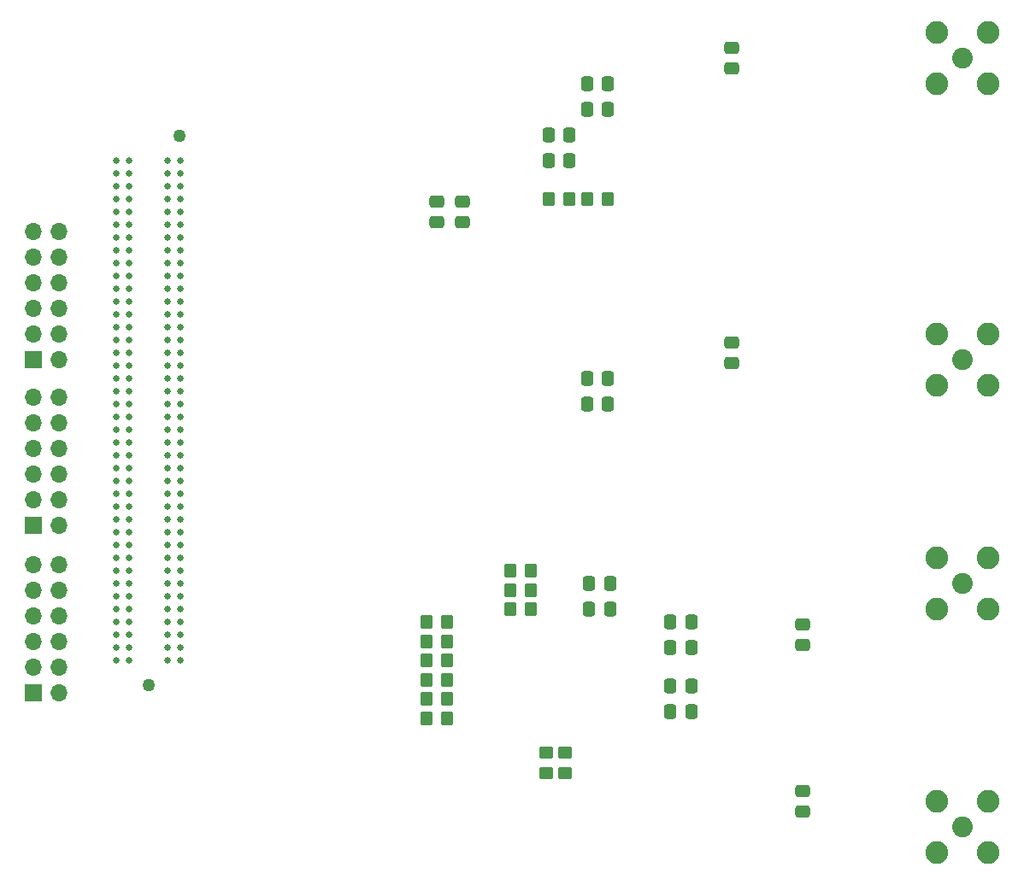
<source format=gbs>
%TF.GenerationSoftware,KiCad,Pcbnew,8.0.0*%
%TF.CreationDate,2024-08-30T22:51:43+03:00*%
%TF.ProjectId,ML605_LPC_Board_wADC_DAC,4d4c3630-355f-44c5-9043-5f426f617264,rev?*%
%TF.SameCoordinates,Original*%
%TF.FileFunction,Soldermask,Bot*%
%TF.FilePolarity,Negative*%
%FSLAX46Y46*%
G04 Gerber Fmt 4.6, Leading zero omitted, Abs format (unit mm)*
G04 Created by KiCad (PCBNEW 8.0.0) date 2024-08-30 22:51:43*
%MOMM*%
%LPD*%
G01*
G04 APERTURE LIST*
G04 Aperture macros list*
%AMRoundRect*
0 Rectangle with rounded corners*
0 $1 Rounding radius*
0 $2 $3 $4 $5 $6 $7 $8 $9 X,Y pos of 4 corners*
0 Add a 4 corners polygon primitive as box body*
4,1,4,$2,$3,$4,$5,$6,$7,$8,$9,$2,$3,0*
0 Add four circle primitives for the rounded corners*
1,1,$1+$1,$2,$3*
1,1,$1+$1,$4,$5*
1,1,$1+$1,$6,$7*
1,1,$1+$1,$8,$9*
0 Add four rect primitives between the rounded corners*
20,1,$1+$1,$2,$3,$4,$5,0*
20,1,$1+$1,$4,$5,$6,$7,0*
20,1,$1+$1,$6,$7,$8,$9,0*
20,1,$1+$1,$8,$9,$2,$3,0*%
G04 Aperture macros list end*
%ADD10C,2.050000*%
%ADD11C,2.250000*%
%ADD12R,1.700000X1.700000*%
%ADD13O,1.700000X1.700000*%
%ADD14RoundRect,0.250000X-0.475000X0.337500X-0.475000X-0.337500X0.475000X-0.337500X0.475000X0.337500X0*%
%ADD15RoundRect,0.250000X-0.337500X-0.475000X0.337500X-0.475000X0.337500X0.475000X-0.337500X0.475000X0*%
%ADD16C,1.270000*%
%ADD17C,0.640000*%
%ADD18RoundRect,0.250000X0.350000X0.450000X-0.350000X0.450000X-0.350000X-0.450000X0.350000X-0.450000X0*%
%ADD19RoundRect,0.250000X-0.350000X-0.450000X0.350000X-0.450000X0.350000X0.450000X-0.350000X0.450000X0*%
%ADD20RoundRect,0.250000X0.337500X0.475000X-0.337500X0.475000X-0.337500X-0.475000X0.337500X-0.475000X0*%
%ADD21RoundRect,0.250000X-0.450000X0.350000X-0.450000X-0.350000X0.450000X-0.350000X0.450000X0.350000X0*%
%ADD22RoundRect,0.250000X0.475000X-0.337500X0.475000X0.337500X-0.475000X0.337500X-0.475000X-0.337500X0*%
G04 APERTURE END LIST*
D10*
%TO.C,J8*%
X168980000Y-58560000D03*
D11*
X166440000Y-56020000D03*
X166440000Y-61100000D03*
X171520000Y-56020000D03*
X171520000Y-61100000D03*
%TD*%
D10*
%TO.C,J9*%
X168980000Y-88405000D03*
D11*
X166440000Y-85865000D03*
X166440000Y-90945000D03*
X171520000Y-85865000D03*
X171520000Y-90945000D03*
%TD*%
D12*
%TO.C,J10*%
X76905000Y-121425000D03*
D13*
X79445000Y-121425000D03*
X76905000Y-118885000D03*
X79445000Y-118885000D03*
X76905000Y-116345000D03*
X79445000Y-116345000D03*
X76905000Y-113805000D03*
X79445000Y-113805000D03*
X76905000Y-111265000D03*
X79445000Y-111265000D03*
X76905000Y-108725000D03*
X79445000Y-108725000D03*
%TD*%
D10*
%TO.C,J5*%
X168980000Y-110630000D03*
D11*
X166440000Y-108090000D03*
X166440000Y-113170000D03*
X171520000Y-108090000D03*
X171520000Y-113170000D03*
%TD*%
D10*
%TO.C,J4*%
X168980000Y-134760000D03*
D11*
X166440000Y-132220000D03*
X166440000Y-137300000D03*
X171520000Y-132220000D03*
X171520000Y-137300000D03*
%TD*%
D12*
%TO.C,J12*%
X76905000Y-88405000D03*
D13*
X79445000Y-88405000D03*
X76905000Y-85865000D03*
X79445000Y-85865000D03*
X76905000Y-83325000D03*
X79445000Y-83325000D03*
X76905000Y-80785000D03*
X79445000Y-80785000D03*
X76905000Y-78245000D03*
X79445000Y-78245000D03*
X76905000Y-75705000D03*
X79445000Y-75705000D03*
%TD*%
D12*
%TO.C,J11*%
X76885000Y-104890000D03*
D13*
X79425000Y-104890000D03*
X76885000Y-102350000D03*
X79425000Y-102350000D03*
X76885000Y-99810000D03*
X79425000Y-99810000D03*
X76885000Y-97270000D03*
X79425000Y-97270000D03*
X76885000Y-94730000D03*
X79425000Y-94730000D03*
X76885000Y-92190000D03*
X79425000Y-92190000D03*
%TD*%
D14*
%TO.C,C32*%
X146120000Y-86732500D03*
X146120000Y-88807500D03*
%TD*%
D15*
%TO.C,C20*%
X131747500Y-90310000D03*
X133822500Y-90310000D03*
%TD*%
D16*
%TO.C,J1*%
X91385000Y-66294000D03*
X88335000Y-120674000D03*
D17*
X85160000Y-118250000D03*
X85160000Y-116980000D03*
X85160000Y-115710000D03*
X85160000Y-114440000D03*
X85160000Y-113170000D03*
X85160000Y-111900000D03*
X85160000Y-110630000D03*
X85160000Y-109360000D03*
X85160000Y-108090000D03*
X85160000Y-106820000D03*
X85160000Y-105550000D03*
X85160000Y-104280000D03*
X85160000Y-103010000D03*
X85160000Y-101740000D03*
X85160000Y-100470000D03*
X85160000Y-99200000D03*
X85160000Y-97930000D03*
X85160000Y-96660000D03*
X85160000Y-95390000D03*
X85160000Y-94120000D03*
X85160000Y-92850000D03*
X85160000Y-91580000D03*
X85160000Y-90310000D03*
X85160000Y-89040000D03*
X85160000Y-87770000D03*
X85160000Y-86500000D03*
X85160000Y-85230000D03*
X85160000Y-83960000D03*
X85160000Y-82690000D03*
X85160000Y-81420000D03*
X85160000Y-80150000D03*
X85160000Y-78880000D03*
X85160000Y-77610000D03*
X85160000Y-76340000D03*
X85160000Y-75070000D03*
X85160000Y-73800000D03*
X85160000Y-72530000D03*
X85160000Y-71260000D03*
X85160000Y-69990000D03*
X85160000Y-68720000D03*
X86430000Y-118250000D03*
X86430000Y-116980000D03*
X86430000Y-115710000D03*
X86430000Y-114440000D03*
X86430000Y-113170000D03*
X86430000Y-111900000D03*
X86430000Y-110630000D03*
X86430000Y-109360000D03*
X86430000Y-108090000D03*
X86430000Y-106820000D03*
X86430000Y-105550000D03*
X86430000Y-104280000D03*
X86430000Y-103010000D03*
X86430000Y-101740000D03*
X86430000Y-100470000D03*
X86430000Y-99200000D03*
X86430000Y-97930000D03*
X86430000Y-96660000D03*
X86430000Y-95390000D03*
X86430000Y-94120000D03*
X86430000Y-92850000D03*
X86430000Y-91580000D03*
X86430000Y-90310000D03*
X86430000Y-89040000D03*
X86430000Y-87770000D03*
X86430000Y-86500000D03*
X86430000Y-85230000D03*
X86430000Y-83960000D03*
X86430000Y-82690000D03*
X86430000Y-81420000D03*
X86430000Y-80150000D03*
X86430000Y-78880000D03*
X86430000Y-77610000D03*
X86430000Y-76340000D03*
X86430000Y-75070000D03*
X86430000Y-73800000D03*
X86430000Y-72530000D03*
X86430000Y-71260000D03*
X86430000Y-69990000D03*
X86430000Y-68720000D03*
X90240000Y-118250000D03*
X90240000Y-116980000D03*
X90240000Y-115710000D03*
X90240000Y-114440000D03*
X90240000Y-113170000D03*
X90240000Y-111900000D03*
X90240000Y-110630000D03*
X90240000Y-109360000D03*
X90240000Y-108090000D03*
X90240000Y-106820000D03*
X90240000Y-105550000D03*
X90240000Y-104280000D03*
X90240000Y-103010000D03*
X90240000Y-101740000D03*
X90240000Y-100470000D03*
X90240000Y-99200000D03*
X90240000Y-97930000D03*
X90240000Y-96660000D03*
X90240000Y-95390000D03*
X90240000Y-94120000D03*
X90240000Y-92850000D03*
X90240000Y-91580000D03*
X90240000Y-90310000D03*
X90240000Y-89040000D03*
X90240000Y-87770000D03*
X90240000Y-86500000D03*
X90240000Y-85230000D03*
X90240000Y-83960000D03*
X90240000Y-82690000D03*
X90240000Y-81420000D03*
X90240000Y-80150000D03*
X90240000Y-78880000D03*
X90240000Y-77610000D03*
X90240000Y-76340000D03*
X90240000Y-75070000D03*
X90240000Y-73800000D03*
X90240000Y-72530000D03*
X90240000Y-71260000D03*
X90240000Y-69990000D03*
X90240000Y-68720000D03*
X91510000Y-118250000D03*
X91510000Y-116980000D03*
X91510000Y-115710000D03*
X91510000Y-114440000D03*
X91510000Y-113170000D03*
X91510000Y-111900000D03*
X91510000Y-110630000D03*
X91510000Y-109360000D03*
X91510000Y-108090000D03*
X91510000Y-106820000D03*
X91510000Y-105550000D03*
X91510000Y-104280000D03*
X91510000Y-103010000D03*
X91510000Y-101740000D03*
X91510000Y-100470000D03*
X91510000Y-99200000D03*
X91510000Y-97930000D03*
X91510000Y-96660000D03*
X91510000Y-95390000D03*
X91510000Y-94120000D03*
X91510000Y-92850000D03*
X91510000Y-91580000D03*
X91510000Y-90310000D03*
X91510000Y-89040000D03*
X91510000Y-87770000D03*
X91510000Y-86500000D03*
X91510000Y-85230000D03*
X91510000Y-83960000D03*
X91510000Y-82690000D03*
X91510000Y-81420000D03*
X91510000Y-80150000D03*
X91510000Y-78880000D03*
X91510000Y-77610000D03*
X91510000Y-76340000D03*
X91510000Y-75070000D03*
X91510000Y-73800000D03*
X91510000Y-72530000D03*
X91510000Y-71260000D03*
X91510000Y-69990000D03*
X91510000Y-68720000D03*
%TD*%
D18*
%TO.C,R6*%
X117910000Y-116345000D03*
X115910000Y-116345000D03*
%TD*%
D19*
%TO.C,R17*%
X124165000Y-113170000D03*
X126165000Y-113170000D03*
%TD*%
D18*
%TO.C,R10*%
X117910000Y-120155000D03*
X115910000Y-120155000D03*
%TD*%
D14*
%TO.C,C17*%
X153105000Y-131182500D03*
X153105000Y-133257500D03*
%TD*%
%TO.C,C36*%
X119450000Y-72762500D03*
X119450000Y-74837500D03*
%TD*%
D18*
%TO.C,R8*%
X117910000Y-118250000D03*
X115910000Y-118250000D03*
%TD*%
D20*
%TO.C,C7*%
X134055000Y-110630000D03*
X131980000Y-110630000D03*
%TD*%
D15*
%TO.C,C34*%
X127937500Y-66180000D03*
X130012500Y-66180000D03*
%TD*%
D21*
%TO.C,R18*%
X127705000Y-127410000D03*
X127705000Y-129410000D03*
%TD*%
D18*
%TO.C,R12*%
X117910000Y-122060000D03*
X115910000Y-122060000D03*
%TD*%
D19*
%TO.C,R34*%
X127975000Y-72530000D03*
X129975000Y-72530000D03*
%TD*%
D15*
%TO.C,C19*%
X131747500Y-61100000D03*
X133822500Y-61100000D03*
%TD*%
D18*
%TO.C,R4*%
X117910000Y-114440000D03*
X115910000Y-114440000D03*
%TD*%
D19*
%TO.C,R21*%
X124165000Y-111265000D03*
X126165000Y-111265000D03*
%TD*%
%TO.C,R23*%
X124165000Y-109360000D03*
X126165000Y-109360000D03*
%TD*%
D15*
%TO.C,C11*%
X140002500Y-123330000D03*
X142077500Y-123330000D03*
%TD*%
D20*
%TO.C,C10*%
X142077500Y-120790000D03*
X140002500Y-120790000D03*
%TD*%
D15*
%TO.C,C22*%
X131747500Y-92850000D03*
X133822500Y-92850000D03*
%TD*%
D19*
%TO.C,R35*%
X131785000Y-72530000D03*
X133785000Y-72530000D03*
%TD*%
D22*
%TO.C,C35*%
X116910000Y-74837500D03*
X116910000Y-72762500D03*
%TD*%
D21*
%TO.C,R22*%
X129610000Y-127410000D03*
X129610000Y-129410000D03*
%TD*%
D15*
%TO.C,C6*%
X131980000Y-113170000D03*
X134055000Y-113170000D03*
%TD*%
D14*
%TO.C,C31*%
X146120000Y-57522500D03*
X146120000Y-59597500D03*
%TD*%
D18*
%TO.C,R14*%
X117910000Y-123965000D03*
X115910000Y-123965000D03*
%TD*%
D20*
%TO.C,C33*%
X130012500Y-68720000D03*
X127937500Y-68720000D03*
%TD*%
D15*
%TO.C,C21*%
X131747500Y-63640000D03*
X133822500Y-63640000D03*
%TD*%
D14*
%TO.C,C16*%
X153105000Y-114672500D03*
X153105000Y-116747500D03*
%TD*%
D15*
%TO.C,C8*%
X140002500Y-114440000D03*
X142077500Y-114440000D03*
%TD*%
D20*
%TO.C,C9*%
X142077500Y-116980000D03*
X140002500Y-116980000D03*
%TD*%
M02*

</source>
